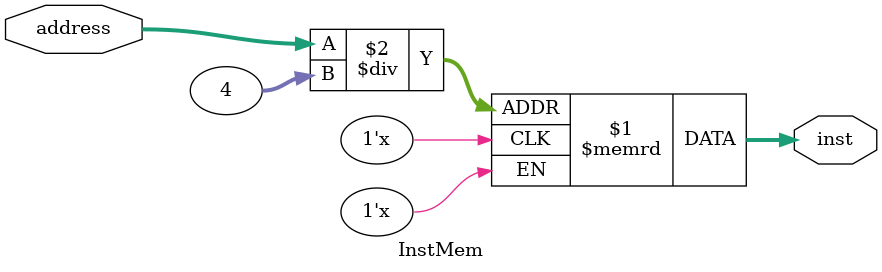
<source format=v>
`timescale 1ns / 1ps


module InstMem(
        input[31:0] address,
        output[31:0] inst
    );

    reg [31:0] instFile[0:1023];

    assign inst = instFile[address / 4];
endmodule

</source>
